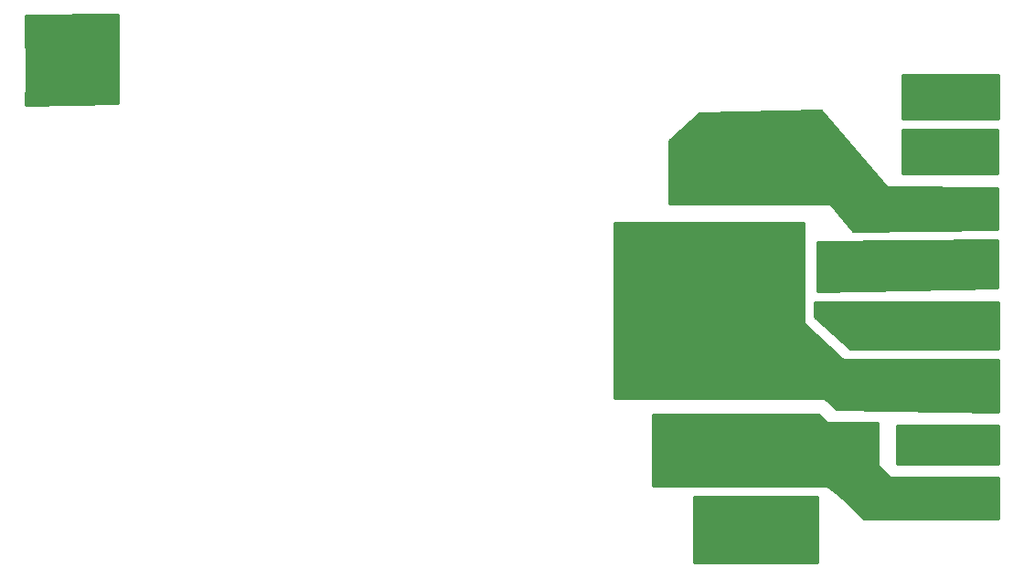
<source format=gbp>
G04 #@! TF.GenerationSoftware,KiCad,Pcbnew,5.0.2-bee76a0~70~ubuntu18.04.1*
G04 #@! TF.CreationDate,2019-07-27T20:09:16+09:00*
G04 #@! TF.ProjectId,MRR_ESPA,4d52525f-4553-4504-912e-6b696361645f,v1.2*
G04 #@! TF.SameCoordinates,Original*
G04 #@! TF.FileFunction,Paste,Bot*
G04 #@! TF.FilePolarity,Positive*
%FSLAX46Y46*%
G04 Gerber Fmt 4.6, Leading zero omitted, Abs format (unit mm)*
G04 Created by KiCad (PCBNEW 5.0.2-bee76a0~70~ubuntu18.04.1) date Sat 27 Jul 2019 08:09:16 PM JST*
%MOMM*%
%LPD*%
G01*
G04 APERTURE LIST*
%ADD10C,0.254000*%
G04 APERTURE END LIST*
D10*
G36*
X123063000Y-110617000D02*
X111633000Y-110617000D01*
X111633000Y-104521000D01*
X123063000Y-104521000D01*
X123063000Y-110617000D01*
X123063000Y-110617000D01*
G37*
X123063000Y-110617000D02*
X111633000Y-110617000D01*
X111633000Y-104521000D01*
X123063000Y-104521000D01*
X123063000Y-110617000D01*
G36*
X58273295Y-67995562D02*
X49719598Y-68170325D01*
X49766975Y-65782519D01*
X49766998Y-65779368D01*
X49737629Y-59876134D01*
X58292696Y-59817870D01*
X58273295Y-67995562D01*
X58273295Y-67995562D01*
G37*
X58273295Y-67995562D02*
X49719598Y-68170325D01*
X49766975Y-65782519D01*
X49766998Y-65779368D01*
X49737629Y-59876134D01*
X58292696Y-59817870D01*
X58273295Y-67995562D01*
G36*
X139723000Y-74474063D02*
X130937000Y-74547927D01*
X130937000Y-70484187D01*
X139723000Y-70427817D01*
X139723000Y-74474063D01*
X139723000Y-74474063D01*
G37*
X139723000Y-74474063D02*
X130937000Y-74547927D01*
X130937000Y-70484187D01*
X139723000Y-70427817D01*
X139723000Y-74474063D01*
G36*
X139827000Y-69469000D02*
X130937000Y-69469000D01*
X130937000Y-65405000D01*
X139827000Y-65405000D01*
X139827000Y-69469000D01*
X139827000Y-69469000D01*
G37*
X139827000Y-69469000D02*
X130937000Y-69469000D01*
X130937000Y-65405000D01*
X139827000Y-65405000D01*
X139827000Y-69469000D01*
G36*
X139827000Y-101473000D02*
X130429000Y-101473000D01*
X130429000Y-97917000D01*
X139827000Y-97917000D01*
X139827000Y-101473000D01*
X139827000Y-101473000D01*
G37*
X139827000Y-101473000D02*
X130429000Y-101473000D01*
X130429000Y-97917000D01*
X139827000Y-97917000D01*
X139827000Y-101473000D01*
G36*
X123862197Y-97625803D02*
X123903399Y-97653333D01*
X123952000Y-97663000D01*
X128651000Y-97663000D01*
X128651000Y-101600000D01*
X128660667Y-101648601D01*
X128688197Y-101689803D01*
X129704197Y-102705803D01*
X129745399Y-102733333D01*
X129794000Y-102743000D01*
X139827000Y-102743000D01*
X139827000Y-106553000D01*
X127306606Y-106553000D01*
X125057803Y-104304197D01*
X125044200Y-104292400D01*
X124028200Y-103530400D01*
X123983519Y-103508973D01*
X123952000Y-103505000D01*
X107823000Y-103505000D01*
X107823000Y-96901000D01*
X123137394Y-96901000D01*
X123862197Y-97625803D01*
X123862197Y-97625803D01*
G37*
X123862197Y-97625803D02*
X123903399Y-97653333D01*
X123952000Y-97663000D01*
X128651000Y-97663000D01*
X128651000Y-101600000D01*
X128660667Y-101648601D01*
X128688197Y-101689803D01*
X129704197Y-102705803D01*
X129745399Y-102733333D01*
X129794000Y-102743000D01*
X139827000Y-102743000D01*
X139827000Y-106553000D01*
X127306606Y-106553000D01*
X125057803Y-104304197D01*
X125044200Y-104292400D01*
X124028200Y-103530400D01*
X123983519Y-103508973D01*
X123952000Y-103505000D01*
X107823000Y-103505000D01*
X107823000Y-96901000D01*
X123137394Y-96901000D01*
X123862197Y-97625803D01*
G36*
X121793000Y-88392000D02*
X121802667Y-88440601D01*
X121833583Y-88485065D01*
X125389583Y-91787065D01*
X125431775Y-91813051D01*
X125476000Y-91821000D01*
X139827000Y-91821000D01*
X139827000Y-96644866D01*
X124767480Y-96393874D01*
X123787803Y-95414197D01*
X123746601Y-95386667D01*
X123698000Y-95377000D01*
X104267000Y-95377000D01*
X104267000Y-79121000D01*
X121793000Y-79121000D01*
X121793000Y-88392000D01*
X121793000Y-88392000D01*
G37*
X121793000Y-88392000D02*
X121802667Y-88440601D01*
X121833583Y-88485065D01*
X125389583Y-91787065D01*
X125431775Y-91813051D01*
X125476000Y-91821000D01*
X139827000Y-91821000D01*
X139827000Y-96644866D01*
X124767480Y-96393874D01*
X123787803Y-95414197D01*
X123746601Y-95386667D01*
X123698000Y-95377000D01*
X104267000Y-95377000D01*
X104267000Y-79121000D01*
X121793000Y-79121000D01*
X121793000Y-88392000D01*
G36*
X129443574Y-75774651D02*
X129482543Y-75805260D01*
X129539900Y-75819000D01*
X139673000Y-75826979D01*
X139673000Y-79674951D01*
X126298280Y-79882051D01*
X124305170Y-77390664D01*
X124267261Y-77358752D01*
X124206000Y-77343000D01*
X109347000Y-77343000D01*
X109347000Y-71430180D01*
X112064293Y-68959914D01*
X123386706Y-68708305D01*
X129443574Y-75774651D01*
X129443574Y-75774651D01*
G37*
X129443574Y-75774651D02*
X129482543Y-75805260D01*
X129539900Y-75819000D01*
X139673000Y-75826979D01*
X139673000Y-79674951D01*
X126298280Y-79882051D01*
X124305170Y-77390664D01*
X124267261Y-77358752D01*
X124206000Y-77343000D01*
X109347000Y-77343000D01*
X109347000Y-71430180D01*
X112064293Y-68959914D01*
X123386706Y-68708305D01*
X129443574Y-75774651D01*
G36*
X139673000Y-85125594D02*
X123063000Y-85468352D01*
X123063000Y-80897711D01*
X139673000Y-80728302D01*
X139673000Y-85125594D01*
X139673000Y-85125594D01*
G37*
X139673000Y-85125594D02*
X123063000Y-85468352D01*
X123063000Y-80897711D01*
X139673000Y-80728302D01*
X139673000Y-85125594D01*
G36*
X139827000Y-90805000D02*
X126033655Y-90805000D01*
X122809000Y-87828395D01*
X122809000Y-86487000D01*
X139827000Y-86487000D01*
X139827000Y-90805000D01*
X139827000Y-90805000D01*
G37*
X139827000Y-90805000D02*
X126033655Y-90805000D01*
X122809000Y-87828395D01*
X122809000Y-86487000D01*
X139827000Y-86487000D01*
X139827000Y-90805000D01*
M02*

</source>
